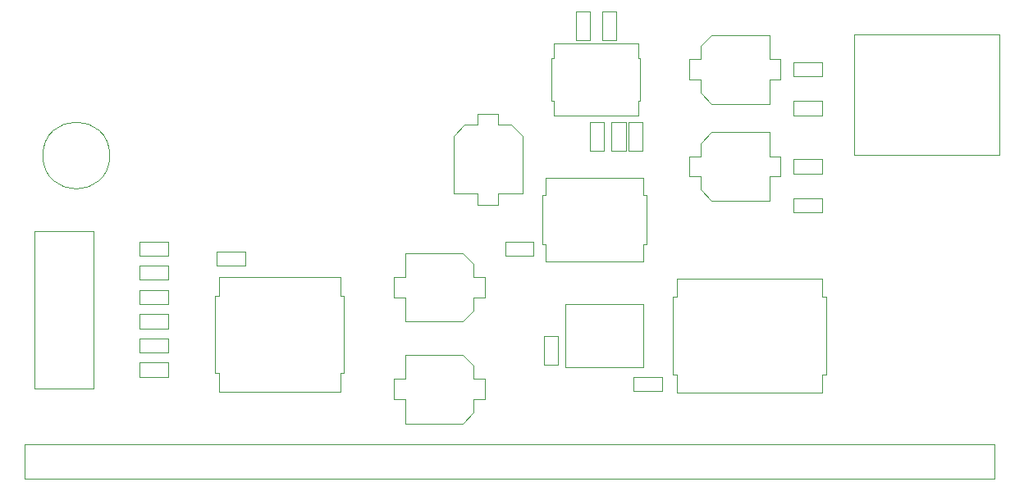
<source format=gbr>
%TF.GenerationSoftware,KiCad,Pcbnew,9.0.1+1*%
%TF.CreationDate,2025-10-04T22:34:10+00:00*%
%TF.ProjectId,rcbus-opl3,72636275-732d-46f7-906c-332e6b696361,@version@*%
%TF.SameCoordinates,Original*%
%TF.FileFunction,Other,User*%
%FSLAX46Y46*%
G04 Gerber Fmt 4.6, Leading zero omitted, Abs format (unit mm)*
G04 Created by KiCad (PCBNEW 9.0.1+1) date 2025-10-04 22:34:10*
%MOMM*%
%LPD*%
G01*
G04 APERTURE LIST*
%ADD10C,0.050000*%
G04 APERTURE END LIST*
D10*
%TO.C,C1*%
X79520000Y-141770000D02*
X82480000Y-141770000D01*
X79520000Y-143230000D02*
X79520000Y-141770000D01*
X82480000Y-141770000D02*
X82480000Y-143230000D01*
X82480000Y-143230000D02*
X79520000Y-143230000D01*
%TO.C,C7*%
X109270000Y-140770000D02*
X112230000Y-140770000D01*
X109270000Y-142230000D02*
X109270000Y-140770000D01*
X112230000Y-140770000D02*
X112230000Y-142230000D01*
X112230000Y-142230000D02*
X109270000Y-142230000D01*
%TO.C,CON1*%
X145319000Y-131845000D02*
X145319000Y-119345000D01*
X160319000Y-119345000D02*
X145319000Y-119345000D01*
X160319000Y-131845000D02*
X145319000Y-131845000D01*
X160319000Y-131845000D02*
X160319000Y-119345000D01*
%TO.C,JP1*%
X60680000Y-139690000D02*
X60680000Y-155930000D01*
X60680000Y-155930000D02*
X66770000Y-155930000D01*
X66770000Y-139690000D02*
X60680000Y-139690000D01*
X66770000Y-155930000D02*
X66770000Y-139690000D01*
%TO.C,H1*%
X68482000Y-131882000D02*
G75*
G02*
X61582000Y-131882000I-3450000J0D01*
G01*
X61582000Y-131882000D02*
G75*
G02*
X68482000Y-131882000I3450000J0D01*
G01*
%TO.C,P1*%
X59700000Y-161700000D02*
X59700000Y-165300000D01*
X59700000Y-165300000D02*
X159800000Y-165300000D01*
X159800000Y-161700000D02*
X59700000Y-161700000D01*
X159800000Y-165300000D02*
X159800000Y-161700000D01*
%TO.C,U1*%
X79350000Y-146350000D02*
X79730000Y-146350000D01*
X79350000Y-154350000D02*
X79350000Y-146350000D01*
X79730000Y-144420000D02*
X92270000Y-144420000D01*
X79730000Y-146350000D02*
X79730000Y-144420000D01*
X79730000Y-154350000D02*
X79350000Y-154350000D01*
X79730000Y-156280000D02*
X79730000Y-154350000D01*
X92270000Y-144420000D02*
X92270000Y-146350000D01*
X92270000Y-146350000D02*
X92650000Y-146350000D01*
X92270000Y-154350000D02*
X92270000Y-156280000D01*
X92270000Y-156280000D02*
X79730000Y-156280000D01*
X92650000Y-146350000D02*
X92650000Y-154350000D01*
X92650000Y-154350000D02*
X92270000Y-154350000D01*
%TO.C,C11*%
X120270000Y-128400197D02*
X121730000Y-128400197D01*
X120270000Y-131360197D02*
X120270000Y-128400197D01*
X121730000Y-128400197D02*
X121730000Y-131360197D01*
X121730000Y-131360197D02*
X120270000Y-131360197D01*
%TO.C,C8*%
X103950000Y-129850000D02*
X103950000Y-135800000D01*
X105100000Y-128700000D02*
X103950000Y-129850000D01*
X106450000Y-127550000D02*
X106450000Y-128700000D01*
X106450000Y-128700000D02*
X105100000Y-128700000D01*
X106450000Y-135800000D02*
X103950000Y-135800000D01*
X106450000Y-136950000D02*
X106450000Y-135800000D01*
X108550000Y-127550000D02*
X106450000Y-127550000D01*
X108550000Y-128700000D02*
X108550000Y-127550000D01*
X108550000Y-135800000D02*
X108550000Y-136950000D01*
X108550000Y-136950000D02*
X106450000Y-136950000D01*
X109900000Y-128700000D02*
X108550000Y-128700000D01*
X109900000Y-128700000D02*
X111050000Y-129850000D01*
X111050000Y-129850000D02*
X111050000Y-135800000D01*
X111050000Y-135800000D02*
X108550000Y-135800000D01*
%TO.C,C12*%
X118020000Y-128400197D02*
X119480000Y-128400197D01*
X118020000Y-131360197D02*
X118020000Y-128400197D01*
X119480000Y-128400197D02*
X119480000Y-131360197D01*
X119480000Y-131360197D02*
X118020000Y-131360197D01*
%TO.C,U2*%
X126550000Y-146500000D02*
X126990000Y-146500000D01*
X126550000Y-154500000D02*
X126550000Y-146500000D01*
X126990000Y-144600000D02*
X142010000Y-144600000D01*
X126990000Y-146500000D02*
X126990000Y-144600000D01*
X126990000Y-154500000D02*
X126550000Y-154500000D01*
X126990000Y-156400000D02*
X126990000Y-154500000D01*
X142010000Y-144600000D02*
X142010000Y-146500000D01*
X142010000Y-146500000D02*
X142450000Y-146500000D01*
X142010000Y-154500000D02*
X142010000Y-156400000D01*
X142010000Y-156400000D02*
X126990000Y-156400000D01*
X142450000Y-146500000D02*
X142450000Y-154500000D01*
X142450000Y-154500000D02*
X142010000Y-154500000D01*
%TO.C,C6*%
X122495000Y-154770000D02*
X125455000Y-154770000D01*
X122495000Y-156230000D02*
X122495000Y-154770000D01*
X125455000Y-154770000D02*
X125455000Y-156230000D01*
X125455000Y-156230000D02*
X122495000Y-156230000D01*
%TO.C,Y1*%
X115500000Y-147250000D02*
X123500000Y-147250000D01*
X123500000Y-153750000D01*
X115500000Y-153750000D01*
X115500000Y-147250000D01*
%TO.C,U3*%
X113100000Y-135970000D02*
X113500000Y-135970000D01*
X113100000Y-141030000D02*
X113100000Y-135970000D01*
X113500000Y-134200000D02*
X123500000Y-134200000D01*
X113500000Y-135970000D02*
X113500000Y-134200000D01*
X113500000Y-141030000D02*
X113100000Y-141030000D01*
X113500000Y-142800000D02*
X113500000Y-141030000D01*
X123500000Y-134200000D02*
X123500000Y-135970000D01*
X123500000Y-135970000D02*
X123900000Y-135970000D01*
X123500000Y-141030000D02*
X123500000Y-142800000D01*
X123500000Y-142800000D02*
X113500000Y-142800000D01*
X123900000Y-135970000D02*
X123900000Y-141030000D01*
X123900000Y-141030000D02*
X123500000Y-141030000D01*
%TO.C,R6*%
X71520000Y-153270000D02*
X74480000Y-153270000D01*
X71520000Y-154730000D02*
X71520000Y-153270000D01*
X74480000Y-153270000D02*
X74480000Y-154730000D01*
X74480000Y-154730000D02*
X71520000Y-154730000D01*
%TO.C,C9*%
X119270000Y-116995000D02*
X120730000Y-116995000D01*
X119270000Y-119955000D02*
X119270000Y-116995000D01*
X120730000Y-116995000D02*
X120730000Y-119955000D01*
X120730000Y-119955000D02*
X119270000Y-119955000D01*
%TO.C,R5*%
X71520000Y-150770000D02*
X74480000Y-150770000D01*
X71520000Y-152230000D02*
X71520000Y-150770000D01*
X74480000Y-150770000D02*
X74480000Y-152230000D01*
X74480000Y-152230000D02*
X71520000Y-152230000D01*
%TO.C,R8*%
X139020000Y-122270000D02*
X141980000Y-122270000D01*
X139020000Y-123730000D02*
X139020000Y-122270000D01*
X141980000Y-122270000D02*
X141980000Y-123730000D01*
X141980000Y-123730000D02*
X139020000Y-123730000D01*
%TO.C,R7*%
X122020000Y-128450197D02*
X123480000Y-128450197D01*
X122020000Y-131410197D02*
X122020000Y-128450197D01*
X123480000Y-128450197D02*
X123480000Y-131410197D01*
X123480000Y-131410197D02*
X122020000Y-131410197D01*
%TO.C,R9*%
X139020000Y-132270000D02*
X141980000Y-132270000D01*
X139020000Y-133730000D02*
X139020000Y-132270000D01*
X141980000Y-132270000D02*
X141980000Y-133730000D01*
X141980000Y-133730000D02*
X139020000Y-133730000D01*
%TO.C,R3*%
X71520000Y-145770000D02*
X74480000Y-145770000D01*
X71520000Y-147230000D02*
X71520000Y-145770000D01*
X74480000Y-145770000D02*
X74480000Y-147230000D01*
X74480000Y-147230000D02*
X71520000Y-147230000D01*
%TO.C,R1*%
X71520000Y-140770000D02*
X74480000Y-140770000D01*
X71520000Y-142230000D02*
X71520000Y-140770000D01*
X74480000Y-140770000D02*
X74480000Y-142230000D01*
X74480000Y-142230000D02*
X71520000Y-142230000D01*
%TO.C,C10*%
X116570000Y-117020000D02*
X118030000Y-117020000D01*
X116570000Y-119980000D02*
X116570000Y-117020000D01*
X118030000Y-117020000D02*
X118030000Y-119980000D01*
X118030000Y-119980000D02*
X116570000Y-119980000D01*
%TO.C,R2*%
X71520000Y-143270000D02*
X74480000Y-143270000D01*
X71520000Y-144730000D02*
X71520000Y-143270000D01*
X74480000Y-143270000D02*
X74480000Y-144730000D01*
X74480000Y-144730000D02*
X71520000Y-144730000D01*
%TO.C,U4*%
X114057500Y-121817697D02*
X114277500Y-121817697D01*
X114057500Y-126217697D02*
X114057500Y-121817697D01*
X114277500Y-120317697D02*
X122997500Y-120317697D01*
X114277500Y-121817697D02*
X114277500Y-120317697D01*
X114277500Y-126217697D02*
X114057500Y-126217697D01*
X114277500Y-127717697D02*
X114277500Y-126217697D01*
X122997500Y-120317697D02*
X122997500Y-121817697D01*
X122997500Y-121817697D02*
X123217500Y-121817697D01*
X122997500Y-126217697D02*
X122997500Y-127717697D01*
X122997500Y-127717697D02*
X114277500Y-127717697D01*
X123217500Y-121817697D02*
X123217500Y-126217697D01*
X123217500Y-126217697D02*
X122997500Y-126217697D01*
%TO.C,C16*%
X128300000Y-131950000D02*
X128300000Y-134050000D01*
X128300000Y-134050000D02*
X129450000Y-134050000D01*
X129450000Y-130600000D02*
X129450000Y-131950000D01*
X129450000Y-130600000D02*
X130600000Y-129450000D01*
X129450000Y-131950000D02*
X128300000Y-131950000D01*
X129450000Y-134050000D02*
X129450000Y-135400000D01*
X129450000Y-135400000D02*
X130600000Y-136550000D01*
X130600000Y-129450000D02*
X136550000Y-129450000D01*
X130600000Y-136550000D02*
X136550000Y-136550000D01*
X136550000Y-129450000D02*
X136550000Y-131950000D01*
X136550000Y-131950000D02*
X137700000Y-131950000D01*
X136550000Y-134050000D02*
X136550000Y-136550000D01*
X137700000Y-131950000D02*
X137700000Y-134050000D01*
X137700000Y-134050000D02*
X136550000Y-134050000D01*
%TO.C,R4*%
X71520000Y-148270000D02*
X74480000Y-148270000D01*
X71520000Y-149730000D02*
X71520000Y-148270000D01*
X74480000Y-148270000D02*
X74480000Y-149730000D01*
X74480000Y-149730000D02*
X71520000Y-149730000D01*
%TO.C,C5*%
X97800000Y-154950000D02*
X98950000Y-154950000D01*
X97800000Y-157050000D02*
X97800000Y-154950000D01*
X98950000Y-154950000D02*
X98950000Y-152450000D01*
X98950000Y-157050000D02*
X97800000Y-157050000D01*
X98950000Y-159550000D02*
X98950000Y-157050000D01*
X104900000Y-152450000D02*
X98950000Y-152450000D01*
X104900000Y-159550000D02*
X98950000Y-159550000D01*
X106050000Y-153600000D02*
X104900000Y-152450000D01*
X106050000Y-154950000D02*
X106050000Y-153600000D01*
X106050000Y-157050000D02*
X107200000Y-157050000D01*
X106050000Y-158400000D02*
X104900000Y-159550000D01*
X106050000Y-158400000D02*
X106050000Y-157050000D01*
X107200000Y-154950000D02*
X106050000Y-154950000D01*
X107200000Y-157050000D02*
X107200000Y-154950000D01*
%TO.C,C2*%
X97800000Y-144450000D02*
X98950000Y-144450000D01*
X97800000Y-146550000D02*
X97800000Y-144450000D01*
X98950000Y-144450000D02*
X98950000Y-141950000D01*
X98950000Y-146550000D02*
X97800000Y-146550000D01*
X98950000Y-149050000D02*
X98950000Y-146550000D01*
X104900000Y-141950000D02*
X98950000Y-141950000D01*
X104900000Y-149050000D02*
X98950000Y-149050000D01*
X106050000Y-143100000D02*
X104900000Y-141950000D01*
X106050000Y-144450000D02*
X106050000Y-143100000D01*
X106050000Y-146550000D02*
X107200000Y-146550000D01*
X106050000Y-147900000D02*
X104900000Y-149050000D01*
X106050000Y-147900000D02*
X106050000Y-146550000D01*
X107200000Y-144450000D02*
X106050000Y-144450000D01*
X107200000Y-146550000D02*
X107200000Y-144450000D01*
%TO.C,C15*%
X128300000Y-121950000D02*
X128300000Y-124050000D01*
X128300000Y-124050000D02*
X129450000Y-124050000D01*
X129450000Y-120600000D02*
X129450000Y-121950000D01*
X129450000Y-120600000D02*
X130600000Y-119450000D01*
X129450000Y-121950000D02*
X128300000Y-121950000D01*
X129450000Y-124050000D02*
X129450000Y-125400000D01*
X129450000Y-125400000D02*
X130600000Y-126550000D01*
X130600000Y-119450000D02*
X136550000Y-119450000D01*
X130600000Y-126550000D02*
X136550000Y-126550000D01*
X136550000Y-119450000D02*
X136550000Y-121950000D01*
X136550000Y-121950000D02*
X137700000Y-121950000D01*
X136550000Y-124050000D02*
X136550000Y-126550000D01*
X137700000Y-121950000D02*
X137700000Y-124050000D01*
X137700000Y-124050000D02*
X136550000Y-124050000D01*
%TO.C,C19*%
X113270000Y-150520000D02*
X114730000Y-150520000D01*
X113270000Y-153480000D02*
X113270000Y-150520000D01*
X114730000Y-150520000D02*
X114730000Y-153480000D01*
X114730000Y-153480000D02*
X113270000Y-153480000D01*
%TO.C,R10*%
X139020000Y-126270000D02*
X141980000Y-126270000D01*
X139020000Y-127730000D02*
X139020000Y-126270000D01*
X141980000Y-126270000D02*
X141980000Y-127730000D01*
X141980000Y-127730000D02*
X139020000Y-127730000D01*
%TO.C,R11*%
X139020000Y-136270000D02*
X141980000Y-136270000D01*
X139020000Y-137730000D02*
X139020000Y-136270000D01*
X141980000Y-136270000D02*
X141980000Y-137730000D01*
X141980000Y-137730000D02*
X139020000Y-137730000D01*
%TD*%
M02*

</source>
